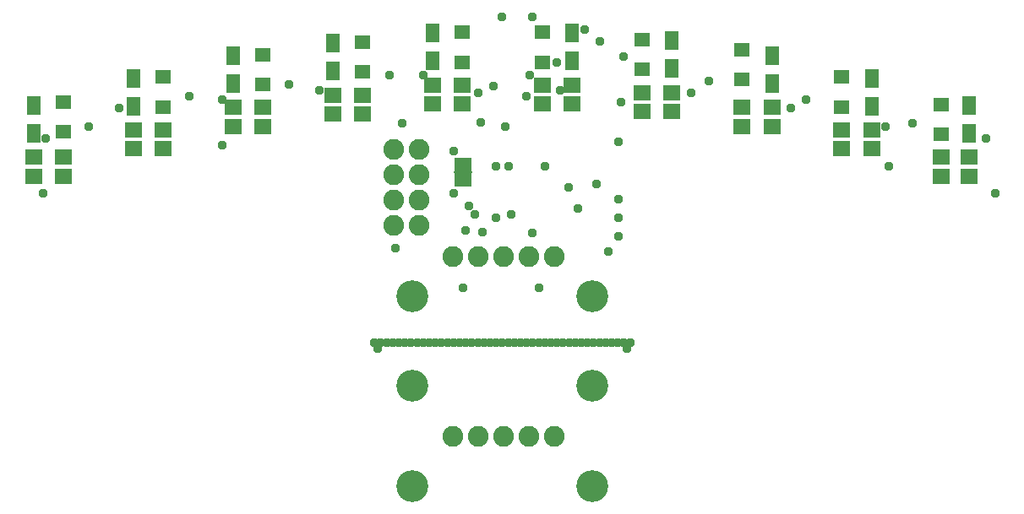
<source format=gbr>
G04 EAGLE Gerber RS-274X export*
G75*
%MOMM*%
%FSLAX34Y34*%
%LPD*%
%INSoldermask Bottom*%
%IPPOS*%
%AMOC8*
5,1,8,0,0,1.08239X$1,22.5*%
G01*
%ADD10C,2.082800*%
%ADD11R,1.453200X1.903200*%
%ADD12R,1.803200X1.503200*%
%ADD13R,1.603200X1.403200*%
%ADD14C,3.203200*%
%ADD15R,1.803400X1.371600*%
%ADD16R,1.828800X0.152400*%
%ADD17C,0.959600*%


D10*
X490000Y260000D03*
X515400Y260000D03*
X540800Y260000D03*
X566200Y260000D03*
X591600Y260000D03*
D11*
X1007500Y383500D03*
X1007500Y411500D03*
D12*
X1007500Y359500D03*
X1007500Y340500D03*
D11*
X910000Y411000D03*
X910000Y439000D03*
D12*
X910000Y387000D03*
X910000Y368000D03*
D11*
X810000Y433500D03*
X810000Y461500D03*
D12*
X810000Y409500D03*
X810000Y390500D03*
D11*
X710000Y448500D03*
X710000Y476500D03*
D12*
X710000Y424500D03*
X710000Y405500D03*
D11*
X610000Y456000D03*
X610000Y484000D03*
D12*
X610000Y432000D03*
X610000Y413000D03*
D11*
X470000Y456000D03*
X470000Y484000D03*
D12*
X470000Y432000D03*
X470000Y413000D03*
D11*
X370000Y446000D03*
X370000Y474000D03*
D12*
X370000Y422000D03*
X370000Y403000D03*
D11*
X270000Y433500D03*
X270000Y461500D03*
D12*
X270000Y409500D03*
X270000Y390500D03*
D11*
X170000Y411000D03*
X170000Y439000D03*
D12*
X170000Y387000D03*
X170000Y368000D03*
D11*
X70000Y383500D03*
X70000Y411500D03*
D12*
X70000Y359500D03*
X70000Y340500D03*
D13*
X980000Y382500D03*
X980000Y412500D03*
D12*
X980000Y359500D03*
X980000Y340500D03*
D13*
X880000Y410000D03*
X880000Y440000D03*
D12*
X880000Y387000D03*
X880000Y368000D03*
D13*
X780000Y437500D03*
X780000Y467500D03*
D12*
X780000Y409500D03*
X780000Y390500D03*
D13*
X680000Y447500D03*
X680000Y477500D03*
D12*
X680000Y424500D03*
X680000Y405500D03*
D13*
X580000Y455000D03*
X580000Y485000D03*
D12*
X580000Y432000D03*
X580000Y413000D03*
D13*
X500000Y455000D03*
X500000Y485000D03*
D12*
X500000Y432000D03*
X500000Y413000D03*
D13*
X400000Y445000D03*
X400000Y475000D03*
D12*
X400000Y422000D03*
X400000Y403000D03*
D13*
X300000Y432500D03*
X300000Y462500D03*
D12*
X300000Y409500D03*
X300000Y390500D03*
D13*
X200000Y410000D03*
X200000Y440000D03*
D12*
X200000Y387000D03*
X200000Y368000D03*
D13*
X100000Y385000D03*
X100000Y415000D03*
D12*
X100000Y359500D03*
X100000Y340500D03*
D14*
X450000Y220000D03*
X630000Y220000D03*
D10*
X456204Y291252D03*
X430804Y291252D03*
X456204Y316652D03*
X430804Y316652D03*
X456204Y342052D03*
X430804Y342052D03*
X456204Y367452D03*
X430804Y367452D03*
D15*
X500248Y352212D03*
X500248Y336972D03*
D16*
X500248Y344592D03*
D10*
X490000Y80000D03*
X515400Y80000D03*
X540800Y80000D03*
X566200Y80000D03*
X591600Y80000D03*
D14*
X450000Y130000D03*
X630000Y130000D03*
X450000Y30000D03*
X630000Y30000D03*
D17*
X656058Y298872D03*
X656058Y280584D03*
X500610Y228768D03*
X533776Y350688D03*
X656058Y317160D03*
X570108Y500142D03*
X622168Y487848D03*
X656058Y375072D03*
X658744Y414696D03*
X582544Y350688D03*
X439288Y393360D03*
X427096Y442128D03*
X326512Y432984D03*
X225928Y420792D03*
X125344Y390312D03*
X747136Y436032D03*
X844672Y417744D03*
X951352Y393360D03*
X576448Y228768D03*
X539872Y500040D03*
X926968Y350688D03*
X646552Y265344D03*
X433192Y268392D03*
X259456Y372024D03*
X79624Y323256D03*
X1033648Y323256D03*
X661792Y460416D03*
X594736Y454320D03*
X411856Y173904D03*
X417952Y173904D03*
X424048Y173904D03*
X430144Y173904D03*
X436240Y173904D03*
X442336Y173904D03*
X448432Y173904D03*
X454528Y173904D03*
X460624Y173904D03*
X466720Y173904D03*
X472816Y173904D03*
X478912Y173904D03*
X485008Y173904D03*
X491104Y173904D03*
X497200Y173904D03*
X503296Y173904D03*
X509392Y173904D03*
X515488Y173904D03*
X521584Y173904D03*
X527680Y173904D03*
X533776Y173904D03*
X539872Y173904D03*
X545968Y173904D03*
X552064Y173904D03*
X558160Y173904D03*
X564256Y173904D03*
X570352Y173904D03*
X576448Y173904D03*
X582544Y173904D03*
X588640Y173904D03*
X594736Y173904D03*
X600832Y173904D03*
X606928Y173904D03*
X613024Y173904D03*
X619120Y173904D03*
X625216Y173904D03*
X631312Y173904D03*
X637408Y173904D03*
X643504Y173904D03*
X649600Y173904D03*
X655696Y173904D03*
X661792Y173904D03*
X667888Y173904D03*
X414904Y167808D03*
X664840Y167808D03*
X545968Y350688D03*
X533776Y298872D03*
X616072Y308016D03*
X503038Y286422D03*
X634360Y332400D03*
X564256Y420792D03*
X515488Y423840D03*
X1024504Y378120D03*
X923920Y390312D03*
X829432Y408600D03*
X728848Y423840D03*
X597784Y426888D03*
X460624Y442128D03*
X356992Y426888D03*
X259456Y417744D03*
X155824Y408600D03*
X82672Y378120D03*
X506344Y311064D03*
X549016Y301920D03*
X570352Y283632D03*
X512440Y301920D03*
X520318Y284898D03*
X606552Y329184D03*
X542920Y390312D03*
X567304Y442128D03*
X637408Y475656D03*
X491104Y365928D03*
X518536Y394150D03*
X530728Y431178D03*
X491104Y323256D03*
M02*

</source>
